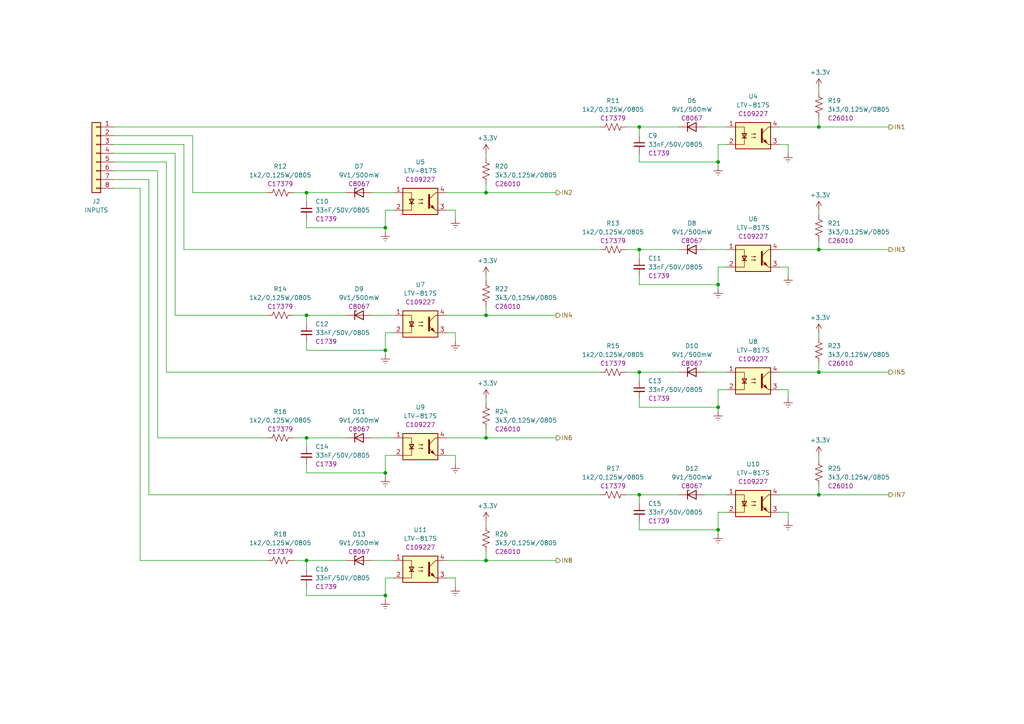
<source format=kicad_sch>
(kicad_sch (version 20231120) (generator "eeschema") (generator_version "8.0")
  (paper "A4")
  (title_block (title "ESP 8x 24VDC Input 8x Relay Output Module") (date "2023-09-21") (rev "V2"))
  (lib_symbols
    (symbol "Connector_Generic:Conn_01x08" (pin_names (offset 1.016) hide)
      (property "Reference" "J" (at 0 10.16 0))
      (property "Value" "Conn_01x08" (at 0 -12.7 0))
      (symbol "Conn_01x08_1_1"
        (rectangle (start -1.27 -10.033) (end 0 -10.287) (stroke (width 0.1524)))
        (rectangle (start -1.27 -7.493) (end 0 -7.747) (stroke (width 0.1524)))
        (rectangle (start -1.27 -4.953) (end 0 -5.207) (stroke (width 0.1524)))
        (rectangle (start -1.27 -2.413) (end 0 -2.667) (stroke (width 0.1524)))
        (rectangle (start -1.27 0.127) (end 0 -0.127) (stroke (width 0.1524)))
        (rectangle (start -1.27 2.667) (end 0 2.413) (stroke (width 0.1524)))
        (rectangle (start -1.27 5.207) (end 0 4.953) (stroke (width 0.1524)))
        (rectangle (start -1.27 7.747) (end 0 7.493) (stroke (width 0.1524)))
        (rectangle (start -1.27 8.89) (end 1.27 -11.43) (stroke (width 0.254)) (fill (type background)))
        (pin passive line (at -5.08 7.62 0) (length 3.81) (name "Pin_1") (number "1"))
        (pin passive line (at -5.08 5.08 0) (length 3.81) (name "Pin_2") (number "2"))
        (pin passive line (at -5.08 2.54 0) (length 3.81) (name "Pin_3") (number "3"))
        (pin passive line (at -5.08 0 0) (length 3.81) (name "Pin_4") (number "4"))
        (pin passive line (at -5.08 -2.54 0) (length 3.81) (name "Pin_5") (number "5"))
        (pin passive line (at -5.08 -5.08 0) (length 3.81) (name "Pin_6") (number "6"))
        (pin passive line (at -5.08 -7.62 0) (length 3.81) (name "Pin_7") (number "7"))
        (pin passive line (at -5.08 -10.16 0) (length 3.81) (name "Pin_8") (number "8"))
      )
    )
    (symbol "Device:C_Small" (pin_numbers hide) (pin_names (offset 0.254) hide)
      (property "Reference" "C" (at 0.254 1.778 0))
      (property "Value" "C_Small" (at 0.254 -2.032 0))
      (symbol "C_Small_0_1"
        (polyline (pts (xy -1.524 -0.508) (xy 1.524 -0.508)) (stroke (width 0.3302)))
        (polyline (pts (xy -1.524 0.508) (xy 1.524 0.508)) (stroke (width 0.3048)))
      )
      (symbol "C_Small_1_1"
        (pin passive line (at 0 2.54 270) (length 2.032) (name "~") (number "1"))
        (pin passive line (at 0 -2.54 90) (length 2.032) (name "~") (number "2"))
      )
    )
    (symbol "Device:D_Zener" (pin_numbers hide) (pin_names (offset 1.016) hide)
      (property "Reference" "D" (at 0 2.54 0))
      (property "Value" "D_Zener" (at 0 -2.54 0))
      (symbol "D_Zener_0_1"
        (polyline (pts (xy 1.27 0) (xy -1.27 0)))
        (polyline (pts (xy -1.27 -1.27) (xy -1.27 1.27) (xy -0.762 1.27)) (stroke (width 0.254)))
        (polyline (pts (xy 1.27 -1.27) (xy 1.27 1.27) (xy -1.27 0) (xy 1.27 -1.27)) (stroke (width 0.254)))
      )
      (symbol "D_Zener_1_1"
        (pin passive line (at -3.81 0 0) (length 2.54) (name "K") (number "1"))
        (pin passive line (at 3.81 0 180) (length 2.54) (name "A") (number "2"))
      )
    )
    (symbol "Device:R_US" (pin_numbers hide) (pin_names (offset 0))
      (property "Reference" "R" (at 2.54 0 90))
      (property "Value" "R_US" (at -2.54 0 90))
      (symbol "R_US_0_1"
        (polyline (pts (xy 0 -2.286) (xy 0 -2.54)))
        (polyline (pts (xy 0 2.286) (xy 0 2.54)))
        (polyline (pts (xy 0 -0.762) (xy 1.016 -1.143) (xy 0 -1.524) (xy -1.016 -1.905) (xy 0 -2.286)))
        (polyline (pts (xy 0 0.762) (xy 1.016 0.381) (xy 0 0) (xy -1.016 -0.381) (xy 0 -0.762)))
        (polyline (pts (xy 0 2.286) (xy 1.016 1.905) (xy 0 1.524) (xy -1.016 1.143) (xy 0 0.762)))
      )
      (symbol "R_US_1_1"
        (pin passive line (at 0 3.81 270) (length 1.27) (name "~") (number "1"))
        (pin passive line (at 0 -3.81 90) (length 1.27) (name "~") (number "2"))
      )
    )
    (symbol "Isolator:LTV-817S" (pin_names (offset 1.016))
      (property "Reference" "U" (at -3.81 5.08 0))
      (property "Value" "LTV-817S" (at 0 -5.08 0))
      (symbol "LTV-817S_1_1"
        (rectangle (start -5.08 3.81) (end 5.08 -3.81) (stroke (width 0.254)) (fill (type background)))
        (polyline (pts (xy -3.175 -0.635) (xy -1.905 -0.635)) (stroke (width 0.254)))
        (polyline (pts (xy 2.54 0.635) (xy 4.445 2.54)))
        (polyline (pts (xy 4.445 -2.54) (xy 2.54 -0.635)) (fill (type outline)))
        (polyline (pts (xy 4.445 -2.54) (xy 5.08 -2.54)))
        (polyline (pts (xy 4.445 2.54) (xy 5.08 2.54)))
        (polyline (pts (xy -5.08 2.54) (xy -2.54 2.54) (xy -2.54 -0.762)))
        (polyline (pts (xy -2.54 -0.635) (xy -2.54 -2.54) (xy -5.08 -2.54)))
        (polyline (pts (xy 2.54 1.905) (xy 2.54 -1.905) (xy 2.54 -1.905)) (stroke (width 0.508)))
        (polyline (pts (xy -2.54 -0.635) (xy -3.175 0.635) (xy -1.905 0.635) (xy -2.54 -0.635)) (stroke (width 0.254)))
        (polyline (pts (xy -0.508 -0.508) (xy 0.762 -0.508) (xy 0.381 -0.635) (xy 0.381 -0.381) (xy 0.762 -0.508)))
        (polyline (pts (xy -0.508 0.508) (xy 0.762 0.508) (xy 0.381 0.381) (xy 0.381 0.635) (xy 0.762 0.508)))
        (polyline (pts (xy 3.048 -1.651) (xy 3.556 -1.143) (xy 4.064 -2.159) (xy 3.048 -1.651) (xy 3.048 -1.651)) (fill (type outline)))
        (pin passive line (at -7.62 2.54 0) (length 2.54) (name "~") (number "1"))
        (pin passive line (at -7.62 -2.54 0) (length 2.54) (name "~") (number "2"))
        (pin passive line (at 7.62 -2.54 180) (length 2.54) (name "~") (number "3"))
        (pin passive line (at 7.62 2.54 180) (length 2.54) (name "~") (number "4"))
      )
    )
    (symbol "Tales:+3.3V" (power) (pin_names (offset 0))
      (property "Value" "+3.3V" (at 0 3.556 0))
      (symbol "+3.3V_0_1"
        (polyline (pts (xy -0.762 1.27) (xy 0 2.54)))
        (polyline (pts (xy 0 0) (xy 0 2.54)))
        (polyline (pts (xy 0 2.54) (xy 0.762 1.27)))
      )
      (symbol "+3.3V_1_1"
        (pin power_in line (at 0 0 90) (length 0) hide (name "+3.3V") (number "1"))
      )
    )
    (symbol "power:GNDREF" (power) (pin_names (offset 0))
      (property "Value" "GNDREF" (at 0 -3.81 0))
      (symbol "GNDREF_0_1"
        (polyline (pts (xy -0.635 -1.905) (xy 0.635 -1.905)))
        (polyline (pts (xy -0.127 -2.54) (xy 0.127 -2.54)))
        (polyline (pts (xy 0 -1.27) (xy 0 0)))
        (polyline (pts (xy 1.27 -1.27) (xy -1.27 -1.27)))
      )
      (symbol "GNDREF_1_1"
        (pin power_in line (at 0 0 270) (length 0) hide (name "GNDREF") (number "1"))
      )
    )
  )
  (junction (at 208.28 82.55))
  (junction (at 237.49 72.39))
  (junction (at 88.9 91.44))
  (junction (at 140.97 55.88))
  (junction (at 88.9 162.56))
  (junction (at 208.28 153.67))
  (junction (at 140.97 127))
  (junction (at 208.28 46.99))
  (junction (at 237.49 107.95))
  (junction (at 237.49 143.51))
  (junction (at 185.42 107.95))
  (junction (at 237.49 36.83))
  (junction (at 111.76 66.04))
  (junction (at 185.42 143.51))
  (junction (at 88.9 55.88))
  (junction (at 111.76 172.72))
  (junction (at 185.42 36.83))
  (junction (at 111.76 101.6))
  (junction (at 111.76 137.16))
  (junction (at 208.28 118.11))
  (junction (at 185.42 72.39))
  (junction (at 140.97 162.56))
  (junction (at 88.9 127))
  (junction (at 140.97 91.44))
  (wire (pts (xy 107.95 55.88) (xy 114.3 55.88)))
  (wire (pts (xy 208.28 82.55) (xy 208.28 83.82)))
  (wire (pts (xy 107.95 127) (xy 114.3 127)))
  (wire (pts (xy 111.76 66.04) (xy 111.76 67.31)))
  (wire (pts (xy 185.42 74.93) (xy 185.42 72.39)))
  (wire (pts (xy 185.42 153.67) (xy 208.28 153.67)))
  (wire (pts (xy 129.54 132.08) (xy 132.08 132.08)))
  (wire (pts (xy 55.88 39.37) (xy 55.88 55.88)))
  (wire (pts (xy 181.61 72.39) (xy 185.42 72.39)))
  (wire (pts (xy 208.28 148.59) (xy 208.28 153.67)))
  (wire (pts (xy 111.76 96.52) (xy 111.76 101.6)))
  (wire (pts (xy 210.82 77.47) (xy 208.28 77.47)))
  (wire (pts (xy 88.9 170.18) (xy 88.9 172.72)))
  (wire (pts (xy 40.64 54.61) (xy 40.64 162.56)))
  (wire (pts (xy 237.49 140.97) (xy 237.49 143.51)))
  (wire (pts (xy 48.26 107.95) (xy 173.99 107.95)))
  (wire (pts (xy 237.49 69.85) (xy 237.49 72.39)))
  (wire (pts (xy 185.42 36.83) (xy 196.85 36.83)))
  (wire (pts (xy 237.49 143.51) (xy 257.81 143.51)))
  (wire (pts (xy 50.8 44.45) (xy 50.8 91.44)))
  (wire (pts (xy 114.3 132.08) (xy 111.76 132.08)))
  (wire (pts (xy 50.8 91.44) (xy 77.47 91.44)))
  (wire (pts (xy 53.34 72.39) (xy 173.99 72.39)))
  (wire (pts (xy 33.02 52.07) (xy 43.18 52.07)))
  (wire (pts (xy 132.08 60.96) (xy 132.08 63.5)))
  (wire (pts (xy 228.6 113.03) (xy 228.6 115.57)))
  (wire (pts (xy 88.9 58.42) (xy 88.9 55.88)))
  (wire (pts (xy 88.9 91.44) (xy 100.33 91.44)))
  (wire (pts (xy 88.9 137.16) (xy 111.76 137.16)))
  (wire (pts (xy 185.42 118.11) (xy 208.28 118.11)))
  (wire (pts (xy 237.49 107.95) (xy 257.81 107.95)))
  (wire (pts (xy 114.3 60.96) (xy 111.76 60.96)))
  (wire (pts (xy 140.97 162.56) (xy 161.29 162.56)))
  (wire (pts (xy 237.49 105.41) (xy 237.49 107.95)))
  (wire (pts (xy 132.08 96.52) (xy 132.08 99.06)))
  (wire (pts (xy 208.28 77.47) (xy 208.28 82.55)))
  (wire (pts (xy 185.42 115.57) (xy 185.42 118.11)))
  (wire (pts (xy 226.06 113.03) (xy 228.6 113.03)))
  (wire (pts (xy 228.6 41.91) (xy 228.6 44.45)))
  (wire (pts (xy 45.72 127) (xy 77.47 127)))
  (wire (pts (xy 45.72 49.53) (xy 45.72 127)))
  (wire (pts (xy 88.9 93.98) (xy 88.9 91.44)))
  (wire (pts (xy 228.6 148.59) (xy 228.6 151.13)))
  (wire (pts (xy 210.82 113.03) (xy 208.28 113.03)))
  (wire (pts (xy 185.42 46.99) (xy 208.28 46.99)))
  (wire (pts (xy 33.02 54.61) (xy 40.64 54.61)))
  (wire (pts (xy 181.61 107.95) (xy 185.42 107.95)))
  (wire (pts (xy 88.9 165.1) (xy 88.9 162.56)))
  (wire (pts (xy 33.02 36.83) (xy 173.99 36.83)))
  (wire (pts (xy 185.42 151.13) (xy 185.42 153.67)))
  (wire (pts (xy 181.61 36.83) (xy 185.42 36.83)))
  (wire (pts (xy 129.54 167.64) (xy 132.08 167.64)))
  (wire (pts (xy 208.28 113.03) (xy 208.28 118.11)))
  (wire (pts (xy 237.49 36.83) (xy 257.81 36.83)))
  (wire (pts (xy 185.42 143.51) (xy 196.85 143.51)))
  (wire (pts (xy 85.09 162.56) (xy 88.9 162.56)))
  (wire (pts (xy 226.06 72.39) (xy 237.49 72.39)))
  (wire (pts (xy 111.76 172.72) (xy 111.76 173.99)))
  (wire (pts (xy 85.09 91.44) (xy 88.9 91.44)))
  (wire (pts (xy 185.42 39.37) (xy 185.42 36.83)))
  (wire (pts (xy 228.6 77.47) (xy 228.6 80.01)))
  (wire (pts (xy 237.49 72.39) (xy 257.81 72.39)))
  (wire (pts (xy 55.88 55.88) (xy 77.47 55.88)))
  (wire (pts (xy 140.97 44.45) (xy 140.97 45.72)))
  (wire (pts (xy 53.34 41.91) (xy 53.34 72.39)))
  (wire (pts (xy 88.9 172.72) (xy 111.76 172.72)))
  (wire (pts (xy 237.49 132.08) (xy 237.49 133.35)))
  (wire (pts (xy 185.42 110.49) (xy 185.42 107.95)))
  (wire (pts (xy 208.28 46.99) (xy 208.28 48.26)))
  (wire (pts (xy 33.02 39.37) (xy 55.88 39.37)))
  (wire (pts (xy 185.42 82.55) (xy 208.28 82.55)))
  (wire (pts (xy 210.82 41.91) (xy 208.28 41.91)))
  (wire (pts (xy 129.54 162.56) (xy 140.97 162.56)))
  (wire (pts (xy 107.95 162.56) (xy 114.3 162.56)))
  (wire (pts (xy 111.76 132.08) (xy 111.76 137.16)))
  (wire (pts (xy 132.08 167.64) (xy 132.08 170.18)))
  (wire (pts (xy 43.18 143.51) (xy 173.99 143.51)))
  (wire (pts (xy 237.49 34.29) (xy 237.49 36.83)))
  (wire (pts (xy 88.9 99.06) (xy 88.9 101.6)))
  (wire (pts (xy 226.06 148.59) (xy 228.6 148.59)))
  (wire (pts (xy 111.76 137.16) (xy 111.76 138.43)))
  (wire (pts (xy 208.28 153.67) (xy 208.28 154.94)))
  (wire (pts (xy 226.06 41.91) (xy 228.6 41.91)))
  (wire (pts (xy 111.76 60.96) (xy 111.76 66.04)))
  (wire (pts (xy 237.49 60.96) (xy 237.49 62.23)))
  (wire (pts (xy 140.97 91.44) (xy 161.29 91.44)))
  (wire (pts (xy 185.42 72.39) (xy 196.85 72.39)))
  (wire (pts (xy 140.97 151.13) (xy 140.97 152.4)))
  (wire (pts (xy 114.3 96.52) (xy 111.76 96.52)))
  (wire (pts (xy 140.97 53.34) (xy 140.97 55.88)))
  (wire (pts (xy 85.09 127) (xy 88.9 127)))
  (wire (pts (xy 88.9 66.04) (xy 111.76 66.04)))
  (wire (pts (xy 185.42 146.05) (xy 185.42 143.51)))
  (wire (pts (xy 88.9 101.6) (xy 111.76 101.6)))
  (wire (pts (xy 129.54 55.88) (xy 140.97 55.88)))
  (wire (pts (xy 88.9 134.62) (xy 88.9 137.16)))
  (wire (pts (xy 226.06 77.47) (xy 228.6 77.47)))
  (wire (pts (xy 33.02 41.91) (xy 53.34 41.91)))
  (wire (pts (xy 204.47 107.95) (xy 210.82 107.95)))
  (wire (pts (xy 140.97 127) (xy 161.29 127)))
  (wire (pts (xy 140.97 88.9) (xy 140.97 91.44)))
  (wire (pts (xy 88.9 127) (xy 100.33 127)))
  (wire (pts (xy 204.47 72.39) (xy 210.82 72.39)))
  (wire (pts (xy 33.02 49.53) (xy 45.72 49.53)))
  (wire (pts (xy 140.97 124.46) (xy 140.97 127)))
  (wire (pts (xy 33.02 44.45) (xy 50.8 44.45)))
  (wire (pts (xy 132.08 132.08) (xy 132.08 134.62)))
  (wire (pts (xy 33.02 46.99) (xy 48.26 46.99)))
  (wire (pts (xy 88.9 55.88) (xy 100.33 55.88)))
  (wire (pts (xy 208.28 118.11) (xy 208.28 119.38)))
  (wire (pts (xy 129.54 96.52) (xy 132.08 96.52)))
  (wire (pts (xy 111.76 167.64) (xy 111.76 172.72)))
  (wire (pts (xy 85.09 55.88) (xy 88.9 55.88)))
  (wire (pts (xy 226.06 143.51) (xy 237.49 143.51)))
  (wire (pts (xy 140.97 115.57) (xy 140.97 116.84)))
  (wire (pts (xy 43.18 52.07) (xy 43.18 143.51)))
  (wire (pts (xy 88.9 129.54) (xy 88.9 127)))
  (wire (pts (xy 237.49 96.52) (xy 237.49 97.79)))
  (wire (pts (xy 181.61 143.51) (xy 185.42 143.51)))
  (wire (pts (xy 140.97 80.01) (xy 140.97 81.28)))
  (wire (pts (xy 208.28 41.91) (xy 208.28 46.99)))
  (wire (pts (xy 185.42 80.01) (xy 185.42 82.55)))
  (wire (pts (xy 111.76 101.6) (xy 111.76 102.87)))
  (wire (pts (xy 88.9 63.5) (xy 88.9 66.04)))
  (wire (pts (xy 204.47 36.83) (xy 210.82 36.83)))
  (wire (pts (xy 140.97 55.88) (xy 161.29 55.88)))
  (wire (pts (xy 48.26 46.99) (xy 48.26 107.95)))
  (wire (pts (xy 226.06 107.95) (xy 237.49 107.95)))
  (wire (pts (xy 129.54 127) (xy 140.97 127)))
  (wire (pts (xy 88.9 162.56) (xy 100.33 162.56)))
  (wire (pts (xy 185.42 107.95) (xy 196.85 107.95)))
  (wire (pts (xy 129.54 91.44) (xy 140.97 91.44)))
  (wire (pts (xy 226.06 36.83) (xy 237.49 36.83)))
  (wire (pts (xy 40.64 162.56) (xy 77.47 162.56)))
  (wire (pts (xy 210.82 148.59) (xy 208.28 148.59)))
  (wire (pts (xy 107.95 91.44) (xy 114.3 91.44)))
  (wire (pts (xy 140.97 160.02) (xy 140.97 162.56)))
  (wire (pts (xy 114.3 167.64) (xy 111.76 167.64)))
  (wire (pts (xy 204.47 143.51) (xy 210.82 143.51)))
  (wire (pts (xy 237.49 25.4) (xy 237.49 26.67)))
  (wire (pts (xy 129.54 60.96) (xy 132.08 60.96)))
  (wire (pts (xy 185.42 44.45) (xy 185.42 46.99)))
  (hierarchical_label "IN8" (shape output) (at 161.29 162.56 0))
  (hierarchical_label "IN5" (shape output) (at 257.81 107.95 0))
  (hierarchical_label "IN2" (shape output) (at 161.29 55.88 0))
  (hierarchical_label "IN3" (shape output) (at 257.81 72.39 0))
  (hierarchical_label "IN1" (shape output) (at 257.81 36.83 0))
  (hierarchical_label "IN6" (shape output) (at 161.29 127 0))
  (hierarchical_label "IN4" (shape output) (at 161.29 91.44 0))
  (hierarchical_label "IN7" (shape output) (at 257.81 143.51 0))
  (symbol (lib_id "Isolator:LTV-817S") (at 218.44 146.05 0) (unit 1)
    (property "Reference" "U10" (at 218.44 134.62 0))
    (property "Value" "LTV-817S" (at 218.44 137.16 0))
    (property "Footprint" "Package_DIP:SMDIP-4_W9.53mm" (effects (hide yes)))
    (property "Datasheet" "http://www.us.liteon.com/downloads/LTV-817-827-847.PDF" (effects (hide yes)))
    (property "JLCPCB BOM" "1" (effects (hide yes)))
    (property "LCSC Part #" "C109227" (at 218.44 139.7 0))
    (property "Mfr PN" "LTV-817S-TA1-C" (effects (hide yes)))
    (property "Vendor PN" "C109227" (effects (hide yes)))
    (property "Case" "SMDIP-4" (effects (hide yes)))
    (property "Mfr" "Lite-On" (effects (hide yes)))
    (property "Vendor" "JLCPCB" (effects (hide yes)))
  )
  (symbol (lib_id "Device:R_US") (at 237.49 30.48 0) (unit 1)
    (property "Reference" "R19" (at 240.03 29.21 0) (effects (justify left)))
    (property "Value" "3k3/0,125W/0805" (at 240.03 31.75 0) (effects (justify left)))
    (property "Footprint" "Tales:R_0805_2012Metric" (effects (hide yes)))
    (property "Case" "0805/2012" (effects (hide yes)))
    (property "Mfr" "Uniroyal" (effects (hide yes)))
    (property "Vendor" "JLCPCB" (effects (hide yes)))
    (property "Mfr PN" "0805W8F3301T5E" (effects (hide yes)))
    (property "Vendor PN" "C26010" (effects (hide yes)))
    (property "LCSC Part #" "C26010" (at 240.03 34.29 0) (effects (justify left)))
    (property "JLCPCB BOM" "1" (effects (hide yes)))
  )
  (symbol (lib_id "Device:C_Small") (at 185.42 77.47 0) (unit 1)
    (property "Reference" "C11" (at 187.96 74.93 0) (effects (justify left)))
    (property "Value" "33nF/50V/0805" (at 187.96 77.47 0) (effects (justify left)))
    (property "Footprint" "Tales:C_0805_2012Metric" (effects (hide yes)))
    (property "Technology" "Ceramic" (effects (hide yes)))
    (property "Case" "0805/2012" (effects (hide yes)))
    (property "Mfr" "FH" (effects (hide yes)))
    (property "Mfr PN" "0805B333K500NT" (effects (hide yes)))
    (property "Vendor" "JLCPCB" (effects (hide yes)))
    (property "Vendor PN" "C1739" (effects (hide yes)))
    (property "LCSC Part #" "C1739" (at 187.96 80.01 0) (effects (justify left)))
    (property "JLCPCB BOM" "1" (effects (hide yes)))
  )
  (symbol (lib_id "Tales:+3.3V") (at 140.97 44.45 0) (unit 1)
    (property "Reference" "#PWR023" (effects (hide yes)))
    (property "Value" "+3.3V" (at 141.351 40.0558 0))
  )
  (symbol (lib_id "power:GNDREF") (at 208.28 154.94 0) (unit 1)
    (property "Reference" "#PWR015" (effects (hide yes)))
    (property "Value" "GNDREF" (effects (hide yes)))
  )
  (symbol (lib_id "Device:D_Zener") (at 200.66 36.83 0) (unit 1)
    (property "Reference" "D6" (at 200.66 29.21 0))
    (property "Value" "9V1/500mW" (at 200.66 31.75 0))
    (property "Footprint" "Tales:D_MiniMELF" (effects (hide yes)))
    (property "Case" "MiniMELF" (effects (hide yes)))
    (property "Mfr" "Semtech" (effects (hide yes)))
    (property "Mfr PN" "ZMM9V1-M" (effects (hide yes)))
    (property "Vendor" "JLCPCB" (effects (hide yes)))
    (property "Vendor PN" "C8067" (effects (hide yes)))
    (property "JLCPCB BOM" "1" (effects (hide yes)))
    (property "LCSC Part #" "C8067" (at 200.66 34.29 0))
  )
  (symbol (lib_id "Device:C_Small") (at 185.42 148.59 0) (unit 1)
    (property "Reference" "C15" (at 187.96 146.05 0) (effects (justify left)))
    (property "Value" "33nF/50V/0805" (at 187.96 148.59 0) (effects (justify left)))
    (property "Footprint" "Tales:C_0805_2012Metric" (effects (hide yes)))
    (property "Technology" "Ceramic" (effects (hide yes)))
    (property "Case" "0805/2012" (effects (hide yes)))
    (property "Mfr" "FH" (effects (hide yes)))
    (property "Mfr PN" "0805B333K500NT" (effects (hide yes)))
    (property "Vendor" "JLCPCB" (effects (hide yes)))
    (property "Vendor PN" "C1739" (effects (hide yes)))
    (property "LCSC Part #" "C1739" (at 187.96 151.13 0) (effects (justify left)))
    (property "JLCPCB BOM" "1" (effects (hide yes)))
  )
  (symbol (lib_id "power:GNDREF") (at 132.08 170.18 0) (unit 1)
    (property "Reference" "#PWR021" (effects (hide yes)))
    (property "Value" "GNDREF" (effects (hide yes)))
  )
  (symbol (lib_id "Device:D_Zener") (at 200.66 143.51 0) (unit 1)
    (property "Reference" "D12" (at 200.66 135.89 0))
    (property "Value" "9V1/500mW" (at 200.66 138.43 0))
    (property "Footprint" "Tales:D_MiniMELF" (effects (hide yes)))
    (property "Case" "MiniMELF" (effects (hide yes)))
    (property "Mfr" "Semtech" (effects (hide yes)))
    (property "Mfr PN" "ZMM9V1-M" (effects (hide yes)))
    (property "Vendor" "JLCPCB" (effects (hide yes)))
    (property "Vendor PN" "C8067" (effects (hide yes)))
    (property "JLCPCB BOM" "1" (effects (hide yes)))
    (property "LCSC Part #" "C8067" (at 200.66 140.97 0))
  )
  (symbol (lib_id "Device:R_US") (at 177.8 143.51 270) (unit 1)
    (property "Reference" "R17" (at 177.8 135.89 90))
    (property "Value" "1k2/0,125W/0805" (at 177.8 138.43 90))
    (property "Footprint" "Tales:R_0805_2012Metric" (effects (hide yes)))
    (property "Case" "0805/2012" (effects (hide yes)))
    (property "Mfr" "Uniroyal" (effects (hide yes)))
    (property "Vendor" "JLCPCB" (effects (hide yes)))
    (property "Mfr PN" "0805W8F1201T5E" (effects (hide yes)))
    (property "Vendor PN" "C17379" (effects (hide yes)))
    (property "LCSC Part #" "C17379" (at 177.8 140.97 90))
    (property "JLCPCB BOM" "1" (effects (hide yes)))
  )
  (symbol (lib_id "Device:C_Small") (at 88.9 96.52 0) (unit 1)
    (property "Reference" "C12" (at 91.44 93.98 0) (effects (justify left)))
    (property "Value" "33nF/50V/0805" (at 91.44 96.52 0) (effects (justify left)))
    (property "Footprint" "Tales:C_0805_2012Metric" (effects (hide yes)))
    (property "Technology" "Ceramic" (effects (hide yes)))
    (property "Case" "0805/2012" (effects (hide yes)))
    (property "Mfr" "FH" (effects (hide yes)))
    (property "Mfr PN" "0805B333K500NT" (effects (hide yes)))
    (property "Vendor" "JLCPCB" (effects (hide yes)))
    (property "Vendor PN" "C1739" (effects (hide yes)))
    (property "LCSC Part #" "C1739" (at 91.44 99.06 0) (effects (justify left)))
    (property "JLCPCB BOM" "1" (effects (hide yes)))
  )
  (symbol (lib_id "Device:R_US") (at 81.28 91.44 270) (unit 1)
    (property "Reference" "R14" (at 81.28 83.82 90))
    (property "Value" "1k2/0,125W/0805" (at 81.28 86.36 90))
    (property "Footprint" "Tales:R_0805_2012Metric" (effects (hide yes)))
    (property "Case" "0805/2012" (effects (hide yes)))
    (property "Mfr" "Uniroyal" (effects (hide yes)))
    (property "Vendor" "JLCPCB" (effects (hide yes)))
    (property "Mfr PN" "0805W8F1201T5E" (effects (hide yes)))
    (property "Vendor PN" "C17379" (effects (hide yes)))
    (property "LCSC Part #" "C17379" (at 81.28 88.9 90))
    (property "JLCPCB BOM" "1" (effects (hide yes)))
  )
  (symbol (lib_id "Device:R_US") (at 177.8 107.95 270) (unit 1)
    (property "Reference" "R15" (at 177.8 100.33 90))
    (property "Value" "1k2/0,125W/0805" (at 177.8 102.87 90))
    (property "Footprint" "Tales:R_0805_2012Metric" (effects (hide yes)))
    (property "Case" "0805/2012" (effects (hide yes)))
    (property "Mfr" "Uniroyal" (effects (hide yes)))
    (property "Vendor" "JLCPCB" (effects (hide yes)))
    (property "Mfr PN" "0805W8F1201T5E" (effects (hide yes)))
    (property "Vendor PN" "C17379" (effects (hide yes)))
    (property "LCSC Part #" "C17379" (at 177.8 105.41 90))
    (property "JLCPCB BOM" "1" (effects (hide yes)))
  )
  (symbol (lib_id "power:GNDREF") (at 228.6 44.45 0) (unit 1)
    (property "Reference" "#PWR069" (effects (hide yes)))
    (property "Value" "GNDREF" (effects (hide yes)))
  )
  (symbol (lib_id "Device:R_US") (at 81.28 162.56 270) (unit 1)
    (property "Reference" "R18" (at 81.28 154.94 90))
    (property "Value" "1k2/0,125W/0805" (at 81.28 157.48 90))
    (property "Footprint" "Tales:R_0805_2012Metric" (effects (hide yes)))
    (property "Case" "0805/2012" (effects (hide yes)))
    (property "Mfr" "Uniroyal" (effects (hide yes)))
    (property "Vendor" "JLCPCB" (effects (hide yes)))
    (property "Mfr PN" "0805W8F1201T5E" (effects (hide yes)))
    (property "Vendor PN" "C17379" (effects (hide yes)))
    (property "LCSC Part #" "C17379" (at 81.28 160.02 90))
    (property "JLCPCB BOM" "1" (effects (hide yes)))
  )
  (symbol (lib_id "Connector_Generic:Conn_01x08") (at 27.94 44.45 0) (mirror y) (unit 1)
    (property "Reference" "J2" (at 27.94 58.42 0))
    (property "Value" "INPUTS" (at 27.94 60.96 0))
    (property "Footprint" "Tales:TerminalBlock_Phoenix_MKDS-3-8-5.08_1x08_P5.08mm_Horizontal" (effects (hide yes)))
    (property "Mfr" "Metaltex" (effects (hide yes)))
    (property "Mfr PN" "3x BR902V" (effects (hide yes)))
    (property "Vendor" "Eletropeças" (effects (hide yes)))
    (property "Vendor PN" "3x 29273" (effects (hide yes)))
    (property "JLCPCB BOM" "0" (effects (hide yes)))
  )
  (symbol (lib_id "power:GNDREF") (at 132.08 63.5 0) (unit 1)
    (property "Reference" "#PWR070" (effects (hide yes)))
    (property "Value" "GNDREF" (effects (hide yes)))
  )
  (symbol (lib_id "Device:C_Small") (at 185.42 41.91 0) (unit 1)
    (property "Reference" "C9" (at 187.96 39.37 0) (effects (justify left)))
    (property "Value" "33nF/50V/0805" (at 187.96 41.91 0) (effects (justify left)))
    (property "Footprint" "Tales:C_0805_2012Metric" (effects (hide yes)))
    (property "Technology" "Ceramic" (effects (hide yes)))
    (property "Case" "0805/2012" (effects (hide yes)))
    (property "Mfr" "FH" (effects (hide yes)))
    (property "Mfr PN" "0805B333K500NT" (effects (hide yes)))
    (property "Vendor" "JLCPCB" (effects (hide yes)))
    (property "Vendor PN" "C1739" (effects (hide yes)))
    (property "LCSC Part #" "C1739" (at 187.96 44.45 0) (effects (justify left)))
    (property "JLCPCB BOM" "1" (effects (hide yes)))
  )
  (symbol (lib_id "Device:R_US") (at 140.97 49.53 0) (unit 1)
    (property "Reference" "R20" (at 143.51 48.26 0) (effects (justify left)))
    (property "Value" "3k3/0,125W/0805" (at 143.51 50.8 0) (effects (justify left)))
    (property "Footprint" "Tales:R_0805_2012Metric" (effects (hide yes)))
    (property "Case" "0805/2012" (effects (hide yes)))
    (property "Mfr" "Uniroyal" (effects (hide yes)))
    (property "Vendor" "JLCPCB" (effects (hide yes)))
    (property "Mfr PN" "0805W8F3301T5E" (effects (hide yes)))
    (property "Vendor PN" "C26010" (effects (hide yes)))
    (property "LCSC Part #" "C26010" (at 143.51 53.34 0) (effects (justify left)))
    (property "JLCPCB BOM" "1" (effects (hide yes)))
  )
  (symbol (lib_id "power:GNDREF") (at 132.08 134.62 0) (unit 1)
    (property "Reference" "#PWR019" (effects (hide yes)))
    (property "Value" "GNDREF" (effects (hide yes)))
  )
  (symbol (lib_id "Tales:+3.3V") (at 237.49 60.96 0) (unit 1)
    (property "Reference" "#PWR024" (effects (hide yes)))
    (property "Value" "+3.3V" (at 237.871 56.5658 0))
  )
  (symbol (lib_id "Device:R_US") (at 237.49 101.6 0) (unit 1)
    (property "Reference" "R23" (at 240.03 100.33 0) (effects (justify left)))
    (property "Value" "3k3/0,125W/0805" (at 240.03 102.87 0) (effects (justify left)))
    (property "Footprint" "Tales:R_0805_2012Metric" (effects (hide yes)))
    (property "Case" "0805/2012" (effects (hide yes)))
    (property "Mfr" "Uniroyal" (effects (hide yes)))
    (property "Vendor" "JLCPCB" (effects (hide yes)))
    (property "Mfr PN" "0805W8F3301T5E" (effects (hide yes)))
    (property "Vendor PN" "C26010" (effects (hide yes)))
    (property "LCSC Part #" "C26010" (at 240.03 105.41 0) (effects (justify left)))
    (property "JLCPCB BOM" "1" (effects (hide yes)))
  )
  (symbol (lib_id "power:GNDREF") (at 208.28 83.82 0) (unit 1)
    (property "Reference" "#PWR011" (effects (hide yes)))
    (property "Value" "GNDREF" (effects (hide yes)))
  )
  (symbol (lib_id "Device:D_Zener") (at 104.14 91.44 0) (unit 1)
    (property "Reference" "D9" (at 104.14 83.82 0))
    (property "Value" "9V1/500mW" (at 104.14 86.36 0))
    (property "Footprint" "Tales:D_MiniMELF" (effects (hide yes)))
    (property "Case" "MiniMELF" (effects (hide yes)))
    (property "Mfr" "Semtech" (effects (hide yes)))
    (property "Mfr PN" "ZMM9V1-M" (effects (hide yes)))
    (property "Vendor" "JLCPCB" (effects (hide yes)))
    (property "Vendor PN" "C8067" (effects (hide yes)))
    (property "JLCPCB BOM" "1" (effects (hide yes)))
    (property "LCSC Part #" "C8067" (at 104.14 88.9 0))
  )
  (symbol (lib_id "power:GNDREF") (at 208.28 119.38 0) (unit 1)
    (property "Reference" "#PWR013" (effects (hide yes)))
    (property "Value" "GNDREF" (effects (hide yes)))
  )
  (symbol (lib_id "power:GNDREF") (at 111.76 102.87 0) (unit 1)
    (property "Reference" "#PWR012" (effects (hide yes)))
    (property "Value" "GNDREF" (effects (hide yes)))
  )
  (symbol (lib_id "Isolator:LTV-817S") (at 121.92 129.54 0) (unit 1)
    (property "Reference" "U9" (at 121.92 118.11 0))
    (property "Value" "LTV-817S" (at 121.92 120.65 0))
    (property "Footprint" "Package_DIP:SMDIP-4_W9.53mm" (effects (hide yes)))
    (property "Datasheet" "http://www.us.liteon.com/downloads/LTV-817-827-847.PDF" (effects (hide yes)))
    (property "JLCPCB BOM" "1" (effects (hide yes)))
    (property "LCSC Part #" "C109227" (at 121.92 123.19 0))
    (property "Mfr PN" "LTV-817S-TA1-C" (effects (hide yes)))
    (property "Vendor PN" "C109227" (effects (hide yes)))
    (property "Case" "SMDIP-4" (effects (hide yes)))
    (property "Mfr" "Lite-On" (effects (hide yes)))
    (property "Vendor" "JLCPCB" (effects (hide yes)))
  )
  (symbol (lib_id "Device:C_Small") (at 88.9 60.96 0) (unit 1)
    (property "Reference" "C10" (at 91.44 58.42 0) (effects (justify left)))
    (property "Value" "33nF/50V/0805" (at 91.44 60.96 0) (effects (justify left)))
    (property "Footprint" "Tales:C_0805_2012Metric" (effects (hide yes)))
    (property "Technology" "Ceramic" (effects (hide yes)))
    (property "Case" "0805/2012" (effects (hide yes)))
    (property "Mfr" "FH" (effects (hide yes)))
    (property "Mfr PN" "0805B333K500NT" (effects (hide yes)))
    (property "Vendor" "JLCPCB" (effects (hide yes)))
    (property "Vendor PN" "C1739" (effects (hide yes)))
    (property "LCSC Part #" "C1739" (at 91.44 63.5 0) (effects (justify left)))
    (property "JLCPCB BOM" "1" (effects (hide yes)))
  )
  (symbol (lib_id "Device:R_US") (at 140.97 156.21 0) (unit 1)
    (property "Reference" "R26" (at 143.51 154.94 0) (effects (justify left)))
    (property "Value" "3k3/0,125W/0805" (at 143.51 157.48 0) (effects (justify left)))
    (property "Footprint" "Tales:R_0805_2012Metric" (effects (hide yes)))
    (property "Case" "0805/2012" (effects (hide yes)))
    (property "Mfr" "Uniroyal" (effects (hide yes)))
    (property "Vendor" "JLCPCB" (effects (hide yes)))
    (property "Mfr PN" "0805W8F3301T5E" (effects (hide yes)))
    (property "Vendor PN" "C26010" (effects (hide yes)))
    (property "LCSC Part #" "C26010" (at 143.51 160.02 0) (effects (justify left)))
    (property "JLCPCB BOM" "1" (effects (hide yes)))
  )
  (symbol (lib_id "Device:C_Small") (at 88.9 167.64 0) (unit 1)
    (property "Reference" "C16" (at 91.44 165.1 0) (effects (justify left)))
    (property "Value" "33nF/50V/0805" (at 91.44 167.64 0) (effects (justify left)))
    (property "Footprint" "Tales:C_0805_2012Metric" (effects (hide yes)))
    (property "Technology" "Ceramic" (effects (hide yes)))
    (property "Case" "0805/2012" (effects (hide yes)))
    (property "Mfr" "FH" (effects (hide yes)))
    (property "Mfr PN" "0805B333K500NT" (effects (hide yes)))
    (property "Vendor" "JLCPCB" (effects (hide yes)))
    (property "Vendor PN" "C1739" (effects (hide yes)))
    (property "LCSC Part #" "C1739" (at 91.44 170.18 0) (effects (justify left)))
    (property "JLCPCB BOM" "1" (effects (hide yes)))
  )
  (symbol (lib_id "Isolator:LTV-817S") (at 121.92 93.98 0) (unit 1)
    (property "Reference" "U7" (at 121.92 82.55 0))
    (property "Value" "LTV-817S" (at 121.92 85.09 0))
    (property "Footprint" "Package_DIP:SMDIP-4_W9.53mm" (effects (hide yes)))
    (property "Datasheet" "http://www.us.liteon.com/downloads/LTV-817-827-847.PDF" (effects (hide yes)))
    (property "JLCPCB BOM" "1" (effects (hide yes)))
    (property "LCSC Part #" "C109227" (at 121.92 87.63 0))
    (property "Mfr PN" "LTV-817S-TA1-C" (effects (hide yes)))
    (property "Vendor PN" "C109227" (effects (hide yes)))
    (property "Case" "SMDIP-4" (effects (hide yes)))
    (property "Mfr" "Lite-On" (effects (hide yes)))
    (property "Vendor" "JLCPCB" (effects (hide yes)))
  )
  (symbol (lib_id "Device:R_US") (at 81.28 55.88 270) (unit 1)
    (property "Reference" "R12" (at 81.28 48.26 90))
    (property "Value" "1k2/0,125W/0805" (at 81.28 50.8 90))
    (property "Footprint" "Tales:R_0805_2012Metric" (effects (hide yes)))
    (property "Case" "0805/2012" (effects (hide yes)))
    (property "Mfr" "Uniroyal" (effects (hide yes)))
    (property "Vendor" "JLCPCB" (effects (hide yes)))
    (property "Mfr PN" "0805W8F1201T5E" (effects (hide yes)))
    (property "Vendor PN" "C17379" (effects (hide yes)))
    (property "LCSC Part #" "C17379" (at 81.28 53.34 90))
    (property "JLCPCB BOM" "1" (effects (hide yes)))
  )
  (symbol (lib_id "Device:D_Zener") (at 104.14 127 0) (unit 1)
    (property "Reference" "D11" (at 104.14 119.38 0))
    (property "Value" "9V1/500mW" (at 104.14 121.92 0))
    (property "Footprint" "Tales:D_MiniMELF" (effects (hide yes)))
    (property "Case" "MiniMELF" (effects (hide yes)))
    (property "Mfr" "Semtech" (effects (hide yes)))
    (property "Mfr PN" "ZMM9V1-M" (effects (hide yes)))
    (property "Vendor" "JLCPCB" (effects (hide yes)))
    (property "Vendor PN" "C8067" (effects (hide yes)))
    (property "JLCPCB BOM" "1" (effects (hide yes)))
    (property "LCSC Part #" "C8067" (at 104.14 124.46 0))
  )
  (symbol (lib_id "Device:R_US") (at 81.28 127 270) (unit 1)
    (property "Reference" "R16" (at 81.28 119.38 90))
    (property "Value" "1k2/0,125W/0805" (at 81.28 121.92 90))
    (property "Footprint" "Tales:R_0805_2012Metric" (effects (hide yes)))
    (property "Case" "0805/2012" (effects (hide yes)))
    (property "Mfr" "Uniroyal" (effects (hide yes)))
    (property "Vendor" "JLCPCB" (effects (hide yes)))
    (property "Mfr PN" "0805W8F1201T5E" (effects (hide yes)))
    (property "Vendor PN" "C17379" (effects (hide yes)))
    (property "LCSC Part #" "C17379" (at 81.28 124.46 90))
    (property "JLCPCB BOM" "1" (effects (hide yes)))
  )
  (symbol (lib_id "Device:D_Zener") (at 104.14 55.88 0) (unit 1)
    (property "Reference" "D7" (at 104.14 48.26 0))
    (property "Value" "9V1/500mW" (at 104.14 50.8 0))
    (property "Footprint" "Tales:D_MiniMELF" (effects (hide yes)))
    (property "Case" "MiniMELF" (effects (hide yes)))
    (property "Mfr" "Semtech" (effects (hide yes)))
    (property "Mfr PN" "ZMM9V1-M" (effects (hide yes)))
    (property "Vendor" "JLCPCB" (effects (hide yes)))
    (property "Vendor PN" "C8067" (effects (hide yes)))
    (property "JLCPCB BOM" "1" (effects (hide yes)))
    (property "LCSC Part #" "C8067" (at 104.14 53.34 0))
  )
  (symbol (lib_id "power:GNDREF") (at 228.6 151.13 0) (unit 1)
    (property "Reference" "#PWR020" (effects (hide yes)))
    (property "Value" "GNDREF" (effects (hide yes)))
  )
  (symbol (lib_id "Device:D_Zener") (at 200.66 107.95 0) (unit 1)
    (property "Reference" "D10" (at 200.66 100.33 0))
    (property "Value" "9V1/500mW" (at 200.66 102.87 0))
    (property "Footprint" "Tales:D_MiniMELF" (effects (hide yes)))
    (property "Case" "MiniMELF" (effects (hide yes)))
    (property "Mfr" "Semtech" (effects (hide yes)))
    (property "Mfr PN" "ZMM9V1-M" (effects (hide yes)))
    (property "Vendor" "JLCPCB" (effects (hide yes)))
    (property "Vendor PN" "C8067" (effects (hide yes)))
    (property "JLCPCB BOM" "1" (effects (hide yes)))
    (property "LCSC Part #" "C8067" (at 200.66 105.41 0))
  )
  (symbol (lib_id "Isolator:LTV-817S") (at 218.44 39.37 0) (unit 1)
    (property "Reference" "U4" (at 218.44 27.94 0))
    (property "Value" "LTV-817S" (at 218.44 30.48 0))
    (property "Footprint" "Package_DIP:SMDIP-4_W9.53mm" (effects (hide yes)))
    (property "Datasheet" "http://www.us.liteon.com/downloads/LTV-817-827-847.PDF" (effects (hide yes)))
    (property "JLCPCB BOM" "1" (effects (hide yes)))
    (property "LCSC Part #" "C109227" (at 218.44 33.02 0))
    (property "Mfr PN" "LTV-817S-TA1-C" (effects (hide yes)))
    (property "Vendor PN" "C109227" (effects (hide yes)))
    (property "Case" "SMDIP-4" (effects (hide yes)))
    (property "Mfr" "Lite-On" (effects (hide yes)))
    (property "Vendor" "JLCPCB" (effects (hide yes)))
  )
  (symbol (lib_id "Tales:+3.3V") (at 140.97 80.01 0) (unit 1)
    (property "Reference" "#PWR025" (effects (hide yes)))
    (property "Value" "+3.3V" (at 141.351 75.6158 0))
  )
  (symbol (lib_id "Tales:+3.3V") (at 140.97 151.13 0) (unit 1)
    (property "Reference" "#PWR029" (effects (hide yes)))
    (property "Value" "+3.3V" (at 141.351 146.7358 0))
  )
  (symbol (lib_id "power:GNDREF") (at 111.76 138.43 0) (unit 1)
    (property "Reference" "#PWR014" (effects (hide yes)))
    (property "Value" "GNDREF" (effects (hide yes)))
  )
  (symbol (lib_id "Device:R_US") (at 237.49 66.04 0) (unit 1)
    (property "Reference" "R21" (at 240.03 64.77 0) (effects (justify left)))
    (property "Value" "3k3/0,125W/0805" (at 240.03 67.31 0) (effects (justify left)))
    (property "Footprint" "Tales:R_0805_2012Metric" (effects (hide yes)))
    (property "Case" "0805/2012" (effects (hide yes)))
    (property "Mfr" "Uniroyal" (effects (hide yes)))
    (property "Vendor" "JLCPCB" (effects (hide yes)))
    (property "Mfr PN" "0805W8F3301T5E" (effects (hide yes)))
    (property "Vendor PN" "C26010" (effects (hide yes)))
    (property "LCSC Part #" "C26010" (at 240.03 69.85 0) (effects (justify left)))
    (property "JLCPCB BOM" "1" (effects (hide yes)))
  )
  (symbol (lib_id "Device:R_US") (at 237.49 137.16 0) (unit 1)
    (property "Reference" "R25" (at 240.03 135.89 0) (effects (justify left)))
    (property "Value" "3k3/0,125W/0805" (at 240.03 138.43 0) (effects (justify left)))
    (property "Footprint" "Tales:R_0805_2012Metric" (effects (hide yes)))
    (property "Case" "0805/2012" (effects (hide yes)))
    (property "Mfr" "Uniroyal" (effects (hide yes)))
    (property "Vendor" "JLCPCB" (effects (hide yes)))
    (property "Mfr PN" "0805W8F3301T5E" (effects (hide yes)))
    (property "Vendor PN" "C26010" (effects (hide yes)))
    (property "LCSC Part #" "C26010" (at 240.03 140.97 0) (effects (justify left)))
    (property "JLCPCB BOM" "1" (effects (hide yes)))
  )
  (symbol (lib_id "Tales:+3.3V") (at 237.49 132.08 0) (unit 1)
    (property "Reference" "#PWR028" (effects (hide yes)))
    (property "Value" "+3.3V" (at 237.871 127.6858 0))
  )
  (symbol (lib_id "Isolator:LTV-817S") (at 121.92 165.1 0) (unit 1)
    (property "Reference" "U11" (at 121.92 153.67 0))
    (property "Value" "LTV-817S" (at 121.92 156.21 0))
    (property "Footprint" "Package_DIP:SMDIP-4_W9.53mm" (effects (hide yes)))
    (property "Datasheet" "http://www.us.liteon.com/downloads/LTV-817-827-847.PDF" (effects (hide yes)))
    (property "JLCPCB BOM" "1" (effects (hide yes)))
    (property "LCSC Part #" "C109227" (at 121.92 158.75 0))
    (property "Mfr PN" "LTV-817S-TA1-C" (effects (hide yes)))
    (property "Vendor PN" "C109227" (effects (hide yes)))
    (property "Case" "SMDIP-4" (effects (hide yes)))
    (property "Mfr" "Lite-On" (effects (hide yes)))
    (property "Vendor" "JLCPCB" (effects (hide yes)))
  )
  (symbol (lib_id "Isolator:LTV-817S") (at 121.92 58.42 0) (unit 1)
    (property "Reference" "U5" (at 121.92 46.99 0))
    (property "Value" "LTV-817S" (at 121.92 49.53 0))
    (property "Footprint" "Package_DIP:SMDIP-4_W9.53mm" (effects (hide yes)))
    (property "Datasheet" "http://www.us.liteon.com/downloads/LTV-817-827-847.PDF" (effects (hide yes)))
    (property "JLCPCB BOM" "1" (effects (hide yes)))
    (property "LCSC Part #" "C109227" (at 121.92 52.07 0))
    (property "Mfr PN" "LTV-817S-TA1-C" (effects (hide yes)))
    (property "Vendor PN" "C109227" (effects (hide yes)))
    (property "Case" "SMDIP-4" (effects (hide yes)))
    (property "Mfr" "Lite-On" (effects (hide yes)))
    (property "Vendor" "JLCPCB" (effects (hide yes)))
  )
  (symbol (lib_id "Device:R_US") (at 177.8 36.83 270) (unit 1)
    (property "Reference" "R11" (at 177.8 29.21 90))
    (property "Value" "1k2/0,125W/0805" (at 177.8 31.75 90))
    (property "Footprint" "Tales:R_0805_2012Metric" (effects (hide yes)))
    (property "Case" "0805/2012" (effects (hide yes)))
    (property "Mfr" "Uniroyal" (effects (hide yes)))
    (property "Vendor" "JLCPCB" (effects (hide yes)))
    (property "Mfr PN" "0805W8F1201T5E" (effects (hide yes)))
    (property "Vendor PN" "C17379" (effects (hide yes)))
    (property "LCSC Part #" "C17379" (at 177.8 34.29 90))
    (property "JLCPCB BOM" "1" (effects (hide yes)))
  )
  (symbol (lib_id "power:GNDREF") (at 132.08 99.06 0) (unit 1)
    (property "Reference" "#PWR071" (effects (hide yes)))
    (property "Value" "GNDREF" (effects (hide yes)))
  )
  (symbol (lib_id "Tales:+3.3V") (at 237.49 25.4 0) (unit 1)
    (property "Reference" "#PWR022" (effects (hide yes)))
    (property "Value" "+3.3V" (at 237.871 21.0058 0))
  )
  (symbol (lib_id "power:GNDREF") (at 208.28 48.26 0) (unit 1)
    (property "Reference" "#PWR09" (effects (hide yes)))
    (property "Value" "GNDREF" (effects (hide yes)))
  )
  (symbol (lib_id "Device:R_US") (at 140.97 85.09 0) (unit 1)
    (property "Reference" "R22" (at 143.51 83.82 0) (effects (justify left)))
    (property "Value" "3k3/0,125W/0805" (at 143.51 86.36 0) (effects (justify left)))
    (property "Footprint" "Tales:R_0805_2012Metric" (effects (hide yes)))
    (property "Case" "0805/2012" (effects (hide yes)))
    (property "Mfr" "Uniroyal" (effects (hide yes)))
    (property "Vendor" "JLCPCB" (effects (hide yes)))
    (property "Mfr PN" "0805W8F3301T5E" (effects (hide yes)))
    (property "Vendor PN" "C26010" (effects (hide yes)))
    (property "LCSC Part #" "C26010" (at 143.51 88.9 0) (effects (justify left)))
    (property "JLCPCB BOM" "1" (effects (hide yes)))
  )
  (symbol (lib_id "power:GNDREF") (at 228.6 80.01 0) (unit 1)
    (property "Reference" "#PWR073" (effects (hide yes)))
    (property "Value" "GNDREF" (effects (hide yes)))
  )
  (symbol (lib_id "Device:C_Small") (at 88.9 132.08 0) (unit 1)
    (property "Reference" "C14" (at 91.44 129.54 0) (effects (justify left)))
    (property "Value" "33nF/50V/0805" (at 91.44 132.08 0) (effects (justify left)))
    (property "Footprint" "Tales:C_0805_2012Metric" (effects (hide yes)))
    (property "Technology" "Ceramic" (effects (hide yes)))
    (property "Case" "0805/2012" (effects (hide yes)))
    (property "Mfr" "FH" (effects (hide yes)))
    (property "Mfr PN" "0805B333K500NT" (effects (hide yes)))
    (property "Vendor" "JLCPCB" (effects (hide yes)))
    (property "Vendor PN" "C1739" (effects (hide yes)))
    (property "LCSC Part #" "C1739" (at 91.44 134.62 0) (effects (justify left)))
    (property "JLCPCB BOM" "1" (effects (hide yes)))
  )
  (symbol (lib_id "Tales:+3.3V") (at 140.97 115.57 0) (unit 1)
    (property "Reference" "#PWR027" (effects (hide yes)))
    (property "Value" "+3.3V" (at 141.351 111.1758 0))
  )
  (symbol (lib_id "Tales:+3.3V") (at 237.49 96.52 0) (unit 1)
    (property "Reference" "#PWR026" (effects (hide yes)))
    (property "Value" "+3.3V" (at 237.871 92.1258 0))
  )
  (symbol (lib_id "power:GNDREF") (at 111.76 173.99 0) (unit 1)
    (property "Reference" "#PWR016" (effects (hide yes)))
    (property "Value" "GNDREF" (effects (hide yes)))
  )
  (symbol (lib_id "Device:R_US") (at 177.8 72.39 270) (unit 1)
    (property "Reference" "R13" (at 177.8 64.77 90))
    (property "Value" "1k2/0,125W/0805" (at 177.8 67.31 90))
    (property "Footprint" "Tales:R_0805_2012Metric" (effects (hide yes)))
    (property "Case" "0805/2012" (effects (hide yes)))
    (property "Mfr" "Uniroyal" (effects (hide yes)))
    (property "Vendor" "JLCPCB" (effects (hide yes)))
    (property "Mfr PN" "0805W8F1201T5E" (effects (hide yes)))
    (property "Vendor PN" "C17379" (effects (hide yes)))
    (property "LCSC Part #" "C17379" (at 177.8 69.85 90))
    (property "JLCPCB BOM" "1" (effects (hide yes)))
  )
  (symbol (lib_id "Isolator:LTV-817S") (at 218.44 110.49 0) (unit 1)
    (property "Reference" "U8" (at 218.44 99.06 0))
    (property "Value" "LTV-817S" (at 218.44 101.6 0))
    (property "Footprint" "Package_DIP:SMDIP-4_W9.53mm" (effects (hide yes)))
    (property "Datasheet" "http://www.us.liteon.com/downloads/LTV-817-827-847.PDF" (effects (hide yes)))
    (property "JLCPCB BOM" "1" (effects (hide yes)))
    (property "LCSC Part #" "C109227" (at 218.44 104.14 0))
    (property "Mfr PN" "LTV-817S-TA1-C" (effects (hide yes)))
    (property "Vendor PN" "C109227" (effects (hide yes)))
    (property "Case" "SMDIP-4" (effects (hide yes)))
    (property "Mfr" "Lite-On" (effects (hide yes)))
    (property "Vendor" "JLCPCB" (effects (hide yes)))
  )
  (symbol (lib_id "Device:D_Zener") (at 104.14 162.56 0) (unit 1)
    (property "Reference" "D13" (at 104.14 154.94 0))
    (property "Value" "9V1/500mW" (at 104.14 157.48 0))
    (property "Footprint" "Tales:D_MiniMELF" (effects (hide yes)))
    (property "Case" "MiniMELF" (effects (hide yes)))
    (property "Mfr" "Semtech" (effects (hide yes)))
    (property "Mfr PN" "ZMM9V1-M" (effects (hide yes)))
    (property "Vendor" "JLCPCB" (effects (hide yes)))
    (property "Vendor PN" "C8067" (effects (hide yes)))
    (property "JLCPCB BOM" "1" (effects (hide yes)))
    (property "LCSC Part #" "C8067" (at 104.14 160.02 0))
  )
  (symbol (lib_id "power:GNDREF") (at 228.6 115.57 0) (unit 1)
    (property "Reference" "#PWR072" (effects (hide yes)))
    (property "Value" "GNDREF" (effects (hide yes)))
  )
  (symbol (lib_id "Device:R_US") (at 140.97 120.65 0) (unit 1)
    (property "Reference" "R24" (at 143.51 119.38 0) (effects (justify left)))
    (property "Value" "3k3/0,125W/0805" (at 143.51 121.92 0) (effects (justify left)))
    (property "Footprint" "Tales:R_0805_2012Metric" (effects (hide yes)))
    (property "Case" "0805/2012" (effects (hide yes)))
    (property "Mfr" "Uniroyal" (effects (hide yes)))
    (property "Vendor" "JLCPCB" (effects (hide yes)))
    (property "Mfr PN" "0805W8F3301T5E" (effects (hide yes)))
    (property "Vendor PN" "C26010" (effects (hide yes)))
    (property "LCSC Part #" "C26010" (at 143.51 124.46 0) (effects (justify left)))
    (property "JLCPCB BOM" "1" (effects (hide yes)))
  )
  (symbol (lib_id "Device:C_Small") (at 185.42 113.03 0) (unit 1)
    (property "Reference" "C13" (at 187.96 110.49 0) (effects (justify left)))
    (property "Value" "33nF/50V/0805" (at 187.96 113.03 0) (effects (justify left)))
    (property "Footprint" "Tales:C_0805_2012Metric" (effects (hide yes)))
    (property "Technology" "Ceramic" (effects (hide yes)))
    (property "Case" "0805/2012" (effects (hide yes)))
    (property "Mfr" "FH" (effects (hide yes)))
    (property "Mfr PN" "0805B333K500NT" (effects (hide yes)))
    (property "Vendor" "JLCPCB" (effects (hide yes)))
    (property "Vendor PN" "C1739" (effects (hide yes)))
    (property "LCSC Part #" "C1739" (at 187.96 115.57 0) (effects (justify left)))
    (property "JLCPCB BOM" "1" (effects (hide yes)))
  )
  (symbol (lib_id "Isolator:LTV-817S") (at 218.44 74.93 0) (unit 1)
    (property "Reference" "U6" (at 218.44 63.5 0))
    (property "Value" "LTV-817S" (at 218.44 66.04 0))
    (property "Footprint" "Package_DIP:SMDIP-4_W9.53mm" (effects (hide yes)))
    (property "Datasheet" "http://www.us.liteon.com/downloads/LTV-817-827-847.PDF" (effects (hide yes)))
    (property "JLCPCB BOM" "1" (effects (hide yes)))
    (property "LCSC Part #" "C109227" (at 218.44 68.58 0))
    (property "Mfr PN" "LTV-817S-TA1-C" (effects (hide yes)))
    (property "Vendor PN" "C109227" (effects (hide yes)))
    (property "Case" "SMDIP-4" (effects (hide yes)))
    (property "Mfr" "Lite-On" (effects (hide yes)))
    (property "Vendor" "JLCPCB" (effects (hide yes)))
  )
  (symbol (lib_id "Device:D_Zener") (at 200.66 72.39 0) (unit 1)
    (property "Reference" "D8" (at 200.66 64.77 0))
    (property "Value" "9V1/500mW" (at 200.66 67.31 0))
    (property "Footprint" "Tales:D_MiniMELF" (effects (hide yes)))
    (property "Case" "MiniMELF" (effects (hide yes)))
    (property "Mfr" "Semtech" (effects (hide yes)))
    (property "Mfr PN" "ZMM9V1-M" (effects (hide yes)))
    (property "Vendor" "JLCPCB" (effects (hide yes)))
    (property "Vendor PN" "C8067" (effects (hide yes)))
    (property "JLCPCB BOM" "1" (effects (hide yes)))
    (property "LCSC Part #" "C8067" (at 200.66 69.85 0))
  )
  (symbol (lib_id "power:GNDREF") (at 111.76 67.31 0) (unit 1)
    (property "Reference" "#PWR010" (effects (hide yes)))
    (property "Value" "GNDREF" (effects (hide yes)))
  )
)
</source>
